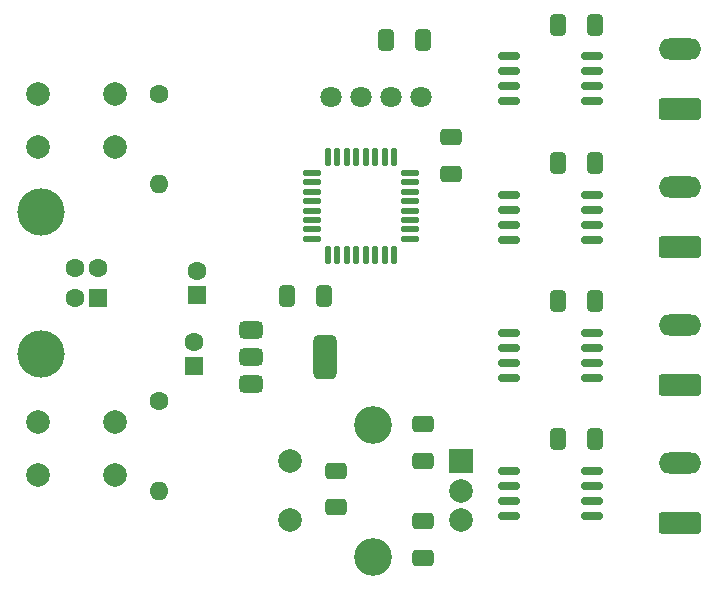
<source format=gbr>
%TF.GenerationSoftware,KiCad,Pcbnew,7.0.11+1*%
%TF.CreationDate,2024-03-31T13:18:11+02:00*%
%TF.ProjectId,ch32v203_thermokoppel,63683332-7632-4303-935f-746865726d6f,rev?*%
%TF.SameCoordinates,Original*%
%TF.FileFunction,Soldermask,Top*%
%TF.FilePolarity,Negative*%
%FSLAX46Y46*%
G04 Gerber Fmt 4.6, Leading zero omitted, Abs format (unit mm)*
G04 Created by KiCad (PCBNEW 7.0.11+1) date 2024-03-31 13:18:11*
%MOMM*%
%LPD*%
G01*
G04 APERTURE LIST*
G04 Aperture macros list*
%AMRoundRect*
0 Rectangle with rounded corners*
0 $1 Rounding radius*
0 $2 $3 $4 $5 $6 $7 $8 $9 X,Y pos of 4 corners*
0 Add a 4 corners polygon primitive as box body*
4,1,4,$2,$3,$4,$5,$6,$7,$8,$9,$2,$3,0*
0 Add four circle primitives for the rounded corners*
1,1,$1+$1,$2,$3*
1,1,$1+$1,$4,$5*
1,1,$1+$1,$6,$7*
1,1,$1+$1,$8,$9*
0 Add four rect primitives between the rounded corners*
20,1,$1+$1,$2,$3,$4,$5,0*
20,1,$1+$1,$4,$5,$6,$7,0*
20,1,$1+$1,$6,$7,$8,$9,0*
20,1,$1+$1,$8,$9,$2,$3,0*%
G04 Aperture macros list end*
%ADD10RoundRect,0.250000X-0.650000X0.412500X-0.650000X-0.412500X0.650000X-0.412500X0.650000X0.412500X0*%
%ADD11C,2.000000*%
%ADD12C,3.200000*%
%ADD13R,2.000000X2.000000*%
%ADD14RoundRect,0.250000X0.650000X-0.412500X0.650000X0.412500X-0.650000X0.412500X-0.650000X-0.412500X0*%
%ADD15C,1.800000*%
%ADD16RoundRect,0.150000X0.800000X0.150000X-0.800000X0.150000X-0.800000X-0.150000X0.800000X-0.150000X0*%
%ADD17RoundRect,0.375000X-0.625000X-0.375000X0.625000X-0.375000X0.625000X0.375000X-0.625000X0.375000X0*%
%ADD18RoundRect,0.500000X-0.500000X-1.400000X0.500000X-1.400000X0.500000X1.400000X-0.500000X1.400000X0*%
%ADD19RoundRect,0.125000X0.125000X-0.625000X0.125000X0.625000X-0.125000X0.625000X-0.125000X-0.625000X0*%
%ADD20RoundRect,0.125000X0.625000X-0.125000X0.625000X0.125000X-0.625000X0.125000X-0.625000X-0.125000X0*%
%ADD21C,1.600000*%
%ADD22O,1.600000X1.600000*%
%ADD23O,3.600000X1.800000*%
%ADD24RoundRect,0.250000X1.550000X-0.650000X1.550000X0.650000X-1.550000X0.650000X-1.550000X-0.650000X0*%
%ADD25C,4.000000*%
%ADD26R,1.600000X1.600000*%
%ADD27RoundRect,0.250000X-0.412500X-0.650000X0.412500X-0.650000X0.412500X0.650000X-0.412500X0.650000X0*%
%ADD28RoundRect,0.250000X0.412500X0.650000X-0.412500X0.650000X-0.412500X-0.650000X0.412500X-0.650000X0*%
G04 APERTURE END LIST*
D10*
%TO.C,C12*%
X134700000Y-57675000D03*
X134700000Y-60800000D03*
%TD*%
D11*
%TO.C,SW3*%
X121100000Y-85100000D03*
X121100000Y-90100000D03*
D12*
X128100000Y-93200000D03*
X128100000Y-82000000D03*
D11*
X135600000Y-87600000D03*
X135600000Y-90100000D03*
D13*
X135600000Y-85100000D03*
%TD*%
D10*
%TO.C,C11*%
X125000000Y-85875000D03*
X125000000Y-89000000D03*
%TD*%
D14*
%TO.C,C10*%
X132390000Y-85062500D03*
X132390000Y-81937500D03*
%TD*%
D10*
%TO.C,C9*%
X132390000Y-90137500D03*
X132390000Y-93262500D03*
%TD*%
D15*
%TO.C,U7*%
X124540000Y-54240000D03*
X127080000Y-54240000D03*
X129620000Y-54240000D03*
X132160000Y-54240000D03*
%TD*%
D16*
%TO.C,U6*%
X139680000Y-89735000D03*
X139680000Y-88465000D03*
X139680000Y-87195000D03*
X139680000Y-85925000D03*
X146680000Y-85925000D03*
X146680000Y-87195000D03*
X146680000Y-88465000D03*
X146680000Y-89735000D03*
%TD*%
%TO.C,U5*%
X146680000Y-78031666D03*
X146680000Y-76761666D03*
X146680000Y-75491666D03*
X146680000Y-74221666D03*
X139680000Y-74221666D03*
X139680000Y-75491666D03*
X139680000Y-76761666D03*
X139680000Y-78031666D03*
%TD*%
%TO.C,U4*%
X139680000Y-66328333D03*
X139680000Y-65058333D03*
X139680000Y-63788333D03*
X139680000Y-62518333D03*
X146680000Y-62518333D03*
X146680000Y-63788333D03*
X146680000Y-65058333D03*
X146680000Y-66328333D03*
%TD*%
%TO.C,U3*%
X146680000Y-54625000D03*
X146680000Y-53355000D03*
X146680000Y-52085000D03*
X146680000Y-50815000D03*
X139680000Y-50815000D03*
X139680000Y-52085000D03*
X139680000Y-53355000D03*
X139680000Y-54625000D03*
%TD*%
D17*
%TO.C,U2*%
X117800000Y-73940000D03*
X117800000Y-76240000D03*
D18*
X124100000Y-76240000D03*
D17*
X117800000Y-78540000D03*
%TD*%
D19*
%TO.C,U1*%
X124320000Y-67640000D03*
X125120000Y-67640000D03*
X125920000Y-67640000D03*
X126720000Y-67640000D03*
X127520000Y-67640000D03*
X128320000Y-67640000D03*
X129120000Y-67640000D03*
X129920000Y-67640000D03*
D20*
X131295000Y-66265000D03*
X131295000Y-65465000D03*
X131295000Y-64665000D03*
X131295000Y-63865000D03*
X131295000Y-63065000D03*
X131295000Y-62265000D03*
X131295000Y-61465000D03*
X131295000Y-60665000D03*
D19*
X129920000Y-59290000D03*
X129120000Y-59290000D03*
X128320000Y-59290000D03*
X127520000Y-59290000D03*
X126720000Y-59290000D03*
X125920000Y-59290000D03*
X125120000Y-59290000D03*
X124320000Y-59290000D03*
D20*
X122945000Y-60665000D03*
X122945000Y-61465000D03*
X122945000Y-62265000D03*
X122945000Y-63065000D03*
X122945000Y-63865000D03*
X122945000Y-64665000D03*
X122945000Y-65465000D03*
X122945000Y-66265000D03*
%TD*%
D11*
%TO.C,SW2*%
X106250000Y-54000000D03*
X99750000Y-54000000D03*
X106250000Y-58500000D03*
X99750000Y-58500000D03*
%TD*%
%TO.C,SW1*%
X106250000Y-81750000D03*
X99750000Y-81750000D03*
X106250000Y-86250000D03*
X99750000Y-86250000D03*
%TD*%
D21*
%TO.C,R2*%
X110000000Y-53990000D03*
D22*
X110000000Y-61610000D03*
%TD*%
%TO.C,R1*%
X110000000Y-87620000D03*
D21*
X110000000Y-80000000D03*
%TD*%
D23*
%TO.C,J5*%
X154090000Y-85272500D03*
D24*
X154090000Y-90352500D03*
%TD*%
%TO.C,J4*%
X154090000Y-78649166D03*
D23*
X154090000Y-73569166D03*
%TD*%
D24*
%TO.C,J3*%
X154090000Y-66945833D03*
D23*
X154090000Y-61865833D03*
%TD*%
D24*
%TO.C,J2*%
X154090000Y-55242500D03*
D23*
X154090000Y-50162500D03*
%TD*%
D25*
%TO.C,J1*%
X100000000Y-64000000D03*
X100000000Y-76000000D03*
D21*
X102860000Y-71250000D03*
X102860000Y-68750000D03*
X104860000Y-68750000D03*
D26*
X104860000Y-71250000D03*
%TD*%
D27*
%TO.C,C8*%
X129217500Y-49420000D03*
X132342500Y-49420000D03*
%TD*%
D28*
%TO.C,C7*%
X146952500Y-83240000D03*
X143827500Y-83240000D03*
%TD*%
D26*
%TO.C,C6*%
X113190000Y-71000000D03*
D21*
X113190000Y-69000000D03*
%TD*%
D26*
%TO.C,C5*%
X113000000Y-77000000D03*
D21*
X113000000Y-75000000D03*
%TD*%
D28*
%TO.C,C4*%
X146952500Y-71536666D03*
X143827500Y-71536666D03*
%TD*%
%TO.C,C3*%
X146952500Y-59833333D03*
X143827500Y-59833333D03*
%TD*%
%TO.C,C2*%
X146952500Y-48130000D03*
X143827500Y-48130000D03*
%TD*%
%TO.C,C1*%
X123982500Y-71080000D03*
X120857500Y-71080000D03*
%TD*%
M02*

</source>
